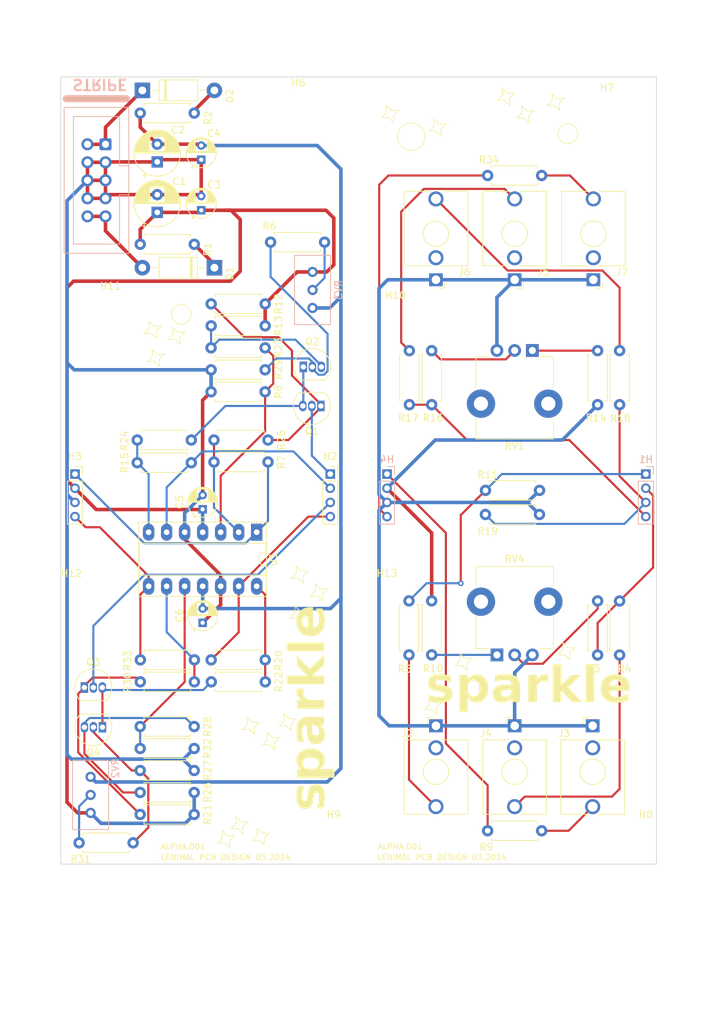
<source format=kicad_pcb>
(kicad_pcb (version 20221018) (generator pcbnew)
  (layers (0 "F.Cu" signal) (31 "B.Cu" signal) (34 "B.Paste" user) (35 "F.Paste" user) (36 "B.SilkS" user "B.Silkscreen") (37 "F.SilkS" user "F.Silkscreen") (38 "B.Mask" user) (39 "F.Mask" user) (44 "Edge.Cuts" user))
  (net 0 "")
  (net 1 "+12V")
  (net 2 "GNDREF")
  (net 3 "-12V")
  (net 4 "Net-(H1-Pad1)")
  (net 5 "Net-(H1-Pad2)")
  (net 6 "Net-(H1-Pad3)")
  (net 7 "Net-(H1-Pad4)")
  (net 8 "Net-(Q1-B)")
  (net 9 "Net-(U1D--)")
  (net 10 "Net-(Q3-B)")
  (net 11 "Net-(H3-Pad1)")
  (net 12 "Net-(H3-Pad4)")
  (net 13 "Net-(H4-Pad1)")
  (net 14 "Net-(H4-Pad4)")
  (net 15 "Net-(J2-PadT)")
  (net 16 "Net-(J3-PadT)")
  (net 17 "Net-(J4-PadT)")
  (net 19 "Net-(J5-PadT)")
  (net 21 "Net-(J6-PadT)")
  (net 23 "Net-(J7-PadT)")
  (net 25 "Net-(Q1-C)")
  (net 26 "Net-(Q1-E)")
  (net 27 "Net-(Q2-B)")
  (net 28 "Net-(Q2-E)")
  (net 29 "Net-(Q3-C)")
  (net 30 "Net-(Q3-E)")
  (net 31 "Net-(Q4-B)")
  (net 32 "Net-(Q4-E)")
  (net 33 "Net-(R3-Pad1)")
  (net 34 "Net-(R6-Pad2)")
  (net 35 "Net-(U1A--)")
  (net 36 "Net-(U1A-+)")
  (net 37 "Net-(R10-Pad1)")
  (net 38 "Net-(R14-Pad1)")
  (net 39 "Net-(R15-Pad2)")
  (net 40 "Net-(R16-Pad1)")
  (net 41 "Net-(R20-Pad2)")
  (net 43 "Net-(R31-Pad2)")
  (net 45 "Net-(U1C--)")
  (net 46 "Net-(U1B--)")
  (net 47 "Net-(D1-K)")
  (net 48 "Net-(D1-A)")
  (net 49 "Net-(D2-K)")
  (net 50 "Net-(D2-A)")
  (net 51 "Net-(U1C-+)")
  (footprint "Capacitor_THT:CP_Radial_D4.0mm_P2.00mm" (layer "F.Cu") (at 47.8 44.6726 90)
    (fp_text reference "C4")
    (fp_text value "0.1uF")
  )
  (footprint "synth-custom:Jack_3.5mm_QingPu_WQP-PJ398SM_Vertical_CircularHoles" (layer "F.Cu") (at 103.1 61.6 180)
    (fp_text reference "J7")
    (fp_text value "OUT_1")
  )
  (footprint "Diode_THT:D_DO-41_SOD81_P10.16mm_Horizontal" (layer "F.Cu") (at 49.66 59.9 180)
    (fp_text reference "D1")
    (fp_text value "1N5819")
  )
  (footprint "synth-custom:R_Axial_DIN0207_L6.3mm_D2.5mm_P7.62mm_Horizontal" (layer "F.Cu") (at 38.78 84.2)
    (fp_text reference "R24")
    (fp_text value "10K")
  )
  (footprint "synth-custom:Jack_3.5mm_QingPu_WQP-PJ398SM_Vertical_CircularHoles" (layer "F.Cu") (at 103 124.5)
    (fp_text reference "J3")
    (fp_text value "OUT_1")
  )
  (footprint "synth-custom:R_Axial_DIN0207_L6.3mm_D2.5mm_P7.62mm_Horizontal" (layer "F.Cu") (at 46.82 38.1 180)
    (fp_text reference "R2")
    (fp_text value "10")
  )
  (footprint "synth-custom:Jack_3.5mm_QingPu_WQP-PJ398SM_Vertical_CircularHoles" (layer "F.Cu") (at 92 61.6 180)
    (fp_text reference "J5")
    (fp_text value "CV_1")
  )
  (footprint "MountingHole:MountingHole_2.5mm" (layer "F.Cu") (at 32 99.5)
    (fp_text reference "H12")
    (fp_text value "MountingHole" hide)
  )
  (footprint "synth-custom:R_Axial_DIN0207_L6.3mm_D2.5mm_P7.62mm_Horizontal" (layer "F.Cu") (at 80.3 114.5 90)
    (fp_text reference "R10")
    (fp_text value "20K")
  )
  (footprint "synth-custom:R_Axial_DIN0207_L6.3mm_D2.5mm_P7.62mm_Horizontal" (layer "F.Cu") (at 39.19 133.9)
    (fp_text reference "R26")
    (fp_text value "20K")
  )
  (footprint "Package_TO_SOT_THT:TO-92_Inline" (layer "F.Cu") (at 64.67 79.4 180)
    (fp_text reference "Q1")
    (fp_text value "BC548")
  )
  (footprint "MountingHole:MountingHole_2.5mm" (layer "F.Cu") (at 108.5 36.5)
    (fp_text reference "H7")
    (fp_text value "MountingHole" hide)
  )
  (footprint "Package_DIP:DIP-14_W7.62mm_Socket_LongPads" (layer "F.Cu") (at 55.625 97.2 -90)
    (fp_text reference "U1")
    (fp_text value "TL074")
  )
  (footprint "Diode_THT:D_DO-41_SOD81_P10.16mm_Horizontal" (layer "F.Cu") (at 39.5 34.9)
    (fp_text reference "D2")
    (fp_text value "1N5819")
  )
  (footprint "synth-custom:Jack_3.5mm_QingPu_WQP-PJ398SM_Vertical_CircularHoles" (layer "F.Cu") (at 80.9 124.5)
    (fp_text reference "J2")
    (fp_text value "IN_1")
  )
  (footprint "synth-custom:R_Axial_DIN0207_L6.3mm_D2.5mm_P7.62mm_Horizontal" (layer "F.Cu") (at 57.22 87.3 180)
    (fp_text reference "R7")
    (fp_text value "100K")
  )
  (footprint "synth-custom:Jack_3.5mm_QingPu_WQP-PJ398SM_Vertical_CircularHoles" (layer "F.Cu") (at 80.9 61.6 180)
    (fp_text reference "J6")
    (fp_text value "IN_1")
  )
  (footprint "synth-custom:R_Axial_DIN0207_L6.3mm_D2.5mm_P7.62mm_Horizontal" (layer "F.Cu") (at 57.58 56.3)
    (fp_text reference "R6")
    (fp_text value "100K")
  )
  (footprint "synth-custom:R_Axial_DIN0207_L6.3mm_D2.5mm_P7.62mm_Horizontal" (layer "F.Cu") (at 39.22 115.2)
    (fp_text reference "R33")
    (fp_text value "100K")
  )
  (footprint "synth-custom:R_Axial_DIN0207_L6.3mm_D2.5mm_P7.62mm_Horizontal" (layer "F.Cu") (at 95.51 91.3 180)
    (fp_text reference "R11")
    (fp_text value "100")
  )
  (footprint "synth-custom:R_Axial_DIN0207_L6.3mm_D2.5mm_P7.62mm_Horizontal" (layer "F.Cu") (at 56.84 118.3 180)
    (fp_text reference "R22")
    (fp_text value "10K")
  )
  (footprint "synth-custom:R_Axial_DIN0207_L6.3mm_D2.5mm_P7.62mm_Horizontal" (layer "F.Cu") (at 88.19 139.3)
    (fp_text reference "R9")
    (fp_text value "1K")
  )
  (footprint "Capacitor_THT:CP_Radial_D6.3mm_P2.50mm" (layer "F.Cu") (at 41.6 52.1 90)
    (fp_text reference "C1")
    (fp_text value "47uF")
  )
  (footprint "synth-custom:R_Axial_DIN0207_L6.3mm_D2.5mm_P7.62mm_Horizontal" (layer "F.Cu") (at 95.5 94.7 180)
    (fp_text reference "R19")
    (fp_text value "100")
  )
  (footprint "Capacitor_THT:CP_Radial_D4.0mm_P2.00mm" (layer "F.Cu") (at 47.8 51.8 90)
    (fp_text reference "C3")
    (fp_text value "0.1uF")
  )
  (footprint "Capacitor_THT:CP_Radial_D4.0mm_P2.00mm" (layer "F.Cu") (at 48 93.9726 90)
    (fp_text reference "C5")
    (fp_text value "0.1uF")
  )
  (footprint "synth-custom:R_Axial_DIN0207_L6.3mm_D2.5mm_P7.62mm_Horizontal" (layer "F.Cu") (at 46.82 56.6 180)
    (fp_text reference "R1")
    (fp_text value "10")
  )
  (footprint "Package_TO_SOT_THT:TO-92_Inline" (layer "F.Cu") (at 33.87 124.7 180)
    (fp_text reference "Q4")
    (fp_text value "BC548")
  )
  (footprint "synth-custom:R_Axial_DIN0207_L6.3mm_D2.5mm_P7.62mm_Horizontal" (layer "F.Cu") (at 106.8 114.52 90)
    (fp_text reference "R4")
    (fp_text value "100K")
  )
  (footprint "MountingHole:MountingHole_2.5mm" (layer "F.Cu") (at 76 99.5)
    (fp_text reference "H13")
    (fp_text value "MountingHole" hide)
  )
  (footprint "MountingHole:MountingHole_2.5mm" (layer "F.Cu") (at 108.5 140.5)
    (fp_text reference "H8")
    (fp_text value "MountingHole" hide)
  )
  (footprint "synth-custom:R_Axial_DIN0207_L6.3mm_D2.5mm_P7.62mm_Horizontal" (layer "F.Cu") (at 106.8 71.6 -90)
    (fp_text reference "R18")
    (fp_text value "100K")
  )
  (footprint "synth-custom:R_Axial_DIN0207_L6.3mm_D2.5mm_P7.62mm_Horizontal" (layer "F.Cu") (at 38.2 141 180)
    (fp_text reference "R31")
    (fp_text value "100K")
  )
  (footprint "synth-custom:PinSocket_1x04_P2.00mm_Vertical" (layer "F.Cu") (at 66 89)
    (fp_text reference "H2")
    (fp_text value "BTM_4_SGL")
  )
  (footprint "synth-custom:R_Axial_DIN0207_L6.3mm_D2.5mm_P7.62mm_Horizontal" (layer "F.Cu") (at 57.22 84.2 180)
    (fp_text reference "R25")
    (fp_text value "10K")
  )
  (footprint "Potentiometer_THT:Potentiometer_TT_P0915N" (layer "F.Cu") (at 94.5 71.575 180)
    (fp_text reference "RV1")
    (fp_text value "100K")
  )
  (footprint "MountingHole:MountingHole_2.5mm" (layer "F.Cu") (at 64.5 140.5)
    (fp_text reference "H9")
    (fp_text value "MountingHole" hide)
  )
  (footprint "synth-custom:PinSocket_1x04_P2.00mm_Vertical" (layer "F.Cu") (at 30 89)
    (fp_text reference "H3")
    (fp_text value "BTM_4_SGL")
  )
  (footprint "synth-custom:R_Axial_DIN0207_L6.3mm_D2.5mm_P7.62mm_Horizontal" (layer "F.Cu") (at 49.2 65)
    (fp_text reference "R12")
    (fp_text value "20K")
  )
  (footprint "MountingHole:MountingHole_2.5mm" (layer "F.Cu") (at 35 66)
    (fp_text reference "H11")
    (fp_text value "MountingHole" hide)
  )
  (footprint "synth-custom:R_Axial_DIN0207_L6.3mm_D2.5mm_P7.62mm_Horizontal" (layer "F.Cu") (at 49.19 74.3)
    (fp_text reference "R29")
    (fp_text value "100")
  )
  (footprint "synth-custom:R_Axial_DIN0207_L6.3mm_D2.5mm_P7.62mm_Horizontal" (layer "F.Cu") (at 39.19 137)
    (fp_text reference "R21")
    (fp_text value "20K")
  )
  (footprint "synth-custom:R_Axial_DIN0207_L6.3mm_D2.5mm_P7.62mm_Horizontal" (layer "F.Cu") (at 46.4 87.4 180)
    (fp_text reference "R15")
    (fp_text value "82K")
  )
  (footprint "synth-custom:Jack_3.5mm_QingPu_WQP-PJ398SM_Vertical_CircularHoles" (layer "F.Cu") (at 92 124.5)
    (fp_text reference "J4")
    (fp_text value "CV_1")
  )
  (footprint "synth-custom:R_Axial_DIN0207_L6.3mm_D2.5mm_P7.62mm_Horizontal" (layer "F.Cu") (at 77.15 71.6 -90)
    (fp_text reference "R17")
    (fp_text value "100K")
  )
  (footprint "synth-custom:R_Axial_DIN0207_L6.3mm_D2.5mm_P7.62mm_Horizontal" (layer "F.Cu") (at 77.1 114.5 90)
    (fp_text reference "R5")
    (fp_text value "100K")
  )
  (footprint "MountingHole:MountingHole_2.5mm" (layer "F.Cu") (at 64.5 36.5)
    (fp_text reference "H6")
    (fp_text value "MountingHole" hide)
  )
  (footprint "synth-custom:R_Axial_DIN0207_L6.3mm_D2.5mm_P7.62mm_Horizontal" (layer "F.Cu") (at 103.7 71.6 -90)
    (fp_text reference "R14")
    (fp_text value "20K")
  )
  (footprint "synth-custom:R_Axial_DIN0207_L6.3mm_D2.5mm_P7.62mm_Horizontal" (layer "F.Cu") (at 88.19 46.9)
    (fp_text reference "R34")
    (fp_text value "1K")
  )
  (footprint "MountingHole:MountingHole_2.5mm" (layer "F.Cu") (at 79 66)
    (fp_text reference "H10")
    (fp_text value "MountingHole")
  )
  (footprint "synth-custom:R_Axial_DIN0207_L6.3mm_D2.5mm_P7.62mm_Horizontal" (layer "F.Cu") (at 49.2 115.2)
    (fp_text reference "R20")
    (fp_text value "82K")
  )
  (footprint "synth-custom:R_Axial_DIN0207_L6.3mm_D2.5mm_P7.62mm_Horizontal" (layer "F.Cu") (at 49.2 68.1)
    (fp_text reference "R13")
    (fp_text value "20K")
  )
  (footprint "synth-custom:R_Axial_DIN0207_L6.3mm_D2.5mm_P7.62mm_Horizontal" (layer "F.Cu") (at 46.81 124.6 180)
    (fp_text reference "R28")
    (fp_text value "10K")
  )
  (footprint "synth-custom:R_Axial_DIN0207_L6.3mm_D2.5mm_P7.62mm_Horizontal" (layer "F.Cu") (at 80.3 71.6 -90)
    (fp_text reference "R16")
    (fp_text value "100K")
  )
  (footprint "synth-custom:R_Axial_DIN0207_L6.3mm_D2.5mm_P7.62mm_Horizontal" (layer "F.Cu") (at 46.81 130.8 180)
    (fp_text reference "R27")
    (fp_text value "100")
  )
  (footprint "Package_TO_SOT_THT:TO-92_Inline" (layer "F.Cu") (at 31.32 119.1)
    (fp_text reference "Q3")
    (fp_text value "BC548")
  )
  (footprint "Capacitor_THT:CP_Radial_D6.3mm_P2.50mm" (layer "F.Cu") (at 41.6 44.98238 90)
    (fp_text reference "C2")
    (fp_text value "47uF")
  )
  (footprint "synth-custom:R_Axial_DIN0207_L6.3mm_D2.5mm_P7.62mm_Horizontal" (layer "F.Cu") (at 39.21 118.3)
    (fp_text reference "R30")
    (fp_text value "10K")
  )
  (footprint "Package_TO_SOT_THT:TO-92_Inline" (layer "F.Cu") (at 62.2 73.89)
    (fp_text reference "Q2")
    (fp_text value "BC548")
  )
  (footprint "Capacitor_THT:CP_Radial_D4.0mm_P2.00mm" (layer "F.Cu") (at 48 109.9726 90)
    (fp_text reference "C6")
    (fp_text value "0.1uF")
  )
  (footprint "synth-custom:R_Axial_DIN0207_L6.3mm_D2.5mm_P7.62mm_Horizontal" (layer "F.Cu") (at 49.19 77.4)
    (fp_text reference "R8")
    (fp_text value "100K")
  )
  (footprint "synth-custom:R_Axial_DIN0207_L6.3mm_D2.5mm_P7.62mm_Horizontal" (layer "F.Cu") (at 49.19 71.2)
    (fp_text reference "R23")
    (fp_text value "10K")
  )
  (footprint "Potentiometer_THT:Potentiometer_TT_P0915N" (layer "F.Cu") (at 89.5 114.5)
    (fp_text reference "RV4")
    (fp_text value "100K")
  )
  (footprint "synth-custom:R_Axial_DIN0207_L6.3mm_D2.5mm_P7.62mm_Horizontal" (layer "F.Cu") (at 46.81 127.7 180)
    (fp_text reference "R32")
    (fp_text value "100K")
  )
  (footprint "synth-custom:R_Axial_DIN0207_L6.3mm_D2.5mm_P7.62mm_Horizontal" (layer "F.Cu") (at 103.7 106.89 -90)
    (fp_text reference "R3")
    (fp_text value "100K")
  )
  (footprint "synth-custom:PinHeader_1x04_P2.00mm_Vertical" (layer "B.Cu") (at 110.5 89 180)
    (fp_text reference "H1")
    (fp_text value "TOP_4_SGL")
  )
  (footprint "Potentiometer_THT:Potentiometer_Bourns_3296W_Vertical" (layer "B.Cu") (at 32.2 136.78 -90)
    (fp_text reference "RV2")
    (fp_text value "100K")
  )
  (footprint "synth-custom:CONN_02x05_PWR" (layer "B.Cu") (at 32.26 47.58)
    (fp_text reference "H5" hide)
    (fp_text value "Conn_02x05_PWR_Eurorack" hide)
  )
  (footprint "synth-custom:PinHeader_1x04_P2.00mm_Vertical" (layer "B.Cu") (at 74 89 180)
    (fp_text reference "H4")
    (fp_text value "TOP_4_SGL")
  )
  (footprint "Potentiometer_THT:Potentiometer_Bourns_3296W_Vertical" (layer "B.Cu") (at 63.5 60.5 90)
    (fp_text reference "RV3")
    (fp_text value "100K")
  )
  (gr_line (start 90.3 35.6) (end 90.3 34.6) (stroke (width 0.1)) (layer "F.SilkS"))
  (gr_line (start 60.5 124.2) (end 60.5 125.2) (stroke (width 0.1)) (layer "F.SilkS"))
  (gr_line (start 54.4 138) (end 53.7 138.7) (stroke (width 0.1)) (layer "F.SilkS"))
  (gr_line (start 61.5 103.7) (end 60.5 103.7) (stroke (width 0.1)) (layer "F.SilkS"))
  (gr_line (start 55.3 125.7) (end 54.6 125) (stroke (width 0.1)) (layer "F.SilkS"))
  (gr_line (start 62.2 103.4) (end 62.2 104.4) (stroke (width 0.1)) (layer "F.SilkS"))
  (gr_line (start 86 115) (end 85.3 115.7) (stroke (width 0.1)) (layer "F.SilkS"))
  (gr_line (start 53.7 139.7) (end 53 139) (stroke (width 0.1)) (layer "F.SilkS"))
  (gr_line (start 98.8 112.8) (end 99.5 113.5) (stroke (width 0.1)) (layer "F.SilkS"))
  (gr_line (start 93 38.1) (end 93 37.1) (stroke (width 0.1)) (layer "F.SilkS"))
  (gr_line (start 81 121.9) (end 81 122.9) (stroke (width 0.1)) (layer "F.SilkS"))
  (gr_line (start 80.3 122.2) (end 79.3 122.2) (stroke (width 0.1)) (layer "F.SilkS"))
  (gr_line (start 94 39.5) (end 93.3 38.8) (stroke (width 0.1)) (layer "F.SilkS"))
  (gr_line (start 51.8 140.7) (end 51.8 141.7) (stroke (width 0.1)) (layer "F.SilkS"))
  (gr_line (start 81.627957 41.327957) (end 80.927957 40.627957) (stroke (width 0.1)) (layer "F.SilkS"))
  (gr_line (start 80.627957 39.927957) (end 80.627957 38.927957) (stroke (width 0.1)) (layer "F.SilkS"))
  (gr_line (start 43.8 69.3) (end 43.8 68.3) (stroke (width 0.1)) (layer "F.SilkS"))
  (gr_line (start 53.7 138.7) (end 53.7 139.7) (stroke (width 0.1)) (layer "F.SilkS"))
  (gr_line (start 82.327957 39.627957) (end 81.627957 40.327957) (stroke (width 0.1)) (layer "F.SilkS"))
  (gr_line (start 55.7 138.95) (end 56.4 139.65) (stroke (width 0.1)) (layer "F.SilkS"))
  (gr_line (start 99.5 113.5) (end 100.5 113.5) (stroke (width 0.1)) (layer "F.SilkS"))
  (gr_line (start 43.1 70) (end 43.8 69.3) (stroke (width 0.1)) (layer "F.SilkS"))
  (gr_line (start 45.5 69) (end 44.8 69.7) (stroke (width 0.1)) (layer "F.SilkS"))
  (gr_line (start 57.15 126.45) (end 57.15 125.45) (stroke (width 0.1)) (layer "F.SilkS"))
  (gr_line (start 97.6 37) (end 96.6 37) (stroke (width 0.1)) (layer "F.SilkS"))
  (gr_line (start 55.7 139.95) (end 55.7 138.95) (stroke (width 0.1)) (layer "F.SilkS"))
  (gr_line (start 61.7 108.3) (end 62.7 108.3) (stroke (width 0.1)) (layer "F.SilkS"))
  (gr_line (start 98.8 113.8) (end 98.8 112.8) (stroke (width 0.1)) (layer "F.SilkS"))
  (gr_line (start 63.2 106.2) (end 63.9 105.5) (stroke (width 0.1)) (layer "F.SilkS"))
  (gr_line (start 92.3 38.8) (end 93 38.1) (stroke (width 0.1)) (layer "F.SilkS"))
  (gr_line (start 63.9 105.5) (end 63.9 104.5) (stroke (width 0.1)) (layer "F.SilkS"))
  (gr_line (start 53 139) (end 52 139) (stroke (width 0.1)) (layer "F.SilkS"))
  (gr_line (start 94.7 37.8) (end 94 38.5) (stroke (width 0.1)) (layer "F.SilkS"))
  (gr_line (start 100.5 113.5) (end 99.8 114.2) (stroke (width 0.1)) (layer "F.SilkS"))
  (gr_line (start 64.9 105.9) (end 64.9 106.9) (stroke (width 0.1)) (layer "F.SilkS"))
  (gr_line (start 97.3 36.3) (end 97.3 35.3) (stroke (width 0.1)) (layer "F.SilkS"))
  (gr_line (start 63.9 104.5) (end 64.6 105.2) (stroke (width 0.1)) (layer "F.SilkS"))
  (gr_line (start 44.5 69) (end 45.5 69) (stroke (width 0.1)) (layer "F.SilkS"))
  (gr_line (start 84.3 114.3) (end 85 115) (stroke (width 0.1)) (layer "F.SilkS"))
  (gr_line (start 80 121.5) (end 80 120.5) (stroke (width 0.1)) (layer "F.SilkS"))
  (gr_line (start 61 107.6) (end 61.7 108.3) (stroke (width 0.1)) (layer "F.SilkS"))
  (gr_line (start 75.627957 37.727957) (end 74.927957 38.427957) (stroke (width 0.1)) (layer "F.SilkS"))
  (gr_line (start 80.627957 38.927957) (end 81.327957 39.627957) (stroke (width 0.1)) (layer "F.SilkS"))
  (gr_line (start 62.7 108.3) (end 62 109) (stroke (width 0.1)) (layer "F.SilkS"))
  (gr_line (start 56 124) (end 55.3 124.7) (stroke (width 0.1)) (layer "F.SilkS"))
  (gr_line (start 43.8 68.3) (end 44.5 69) (stroke (width 0.1)) (layer "F.SilkS"))
  (gr_line (start 74.227957 38.727957) (end 73.227957 38.727957) (stroke (width 0.1)) (layer "F.SilkS"))
  (gr_line (start 62.9 102.7) (end 62.2 103.4) (stroke (width 0.1)) (layer "F.SilkS"))
  (gr_line (start 51.5 140) (end 52.5 140) (stroke (width 0.1)) (layer "F.SilkS"))
  (gr_line (start 60.5 103.7) (end 61.2 103) (stroke (width 0.1)) (layer "F.SilkS"))
  (gr_line (start 64.2 106.2) (end 63.2 106.2) (stroke (width 0.1)) (layer "F.SilkS"))
  (gr_line (start 65.6 105.2) (end 64.9 105.9) (stroke (width 0.1)) (layer "F.SilkS"))
  (gr_line (start 58.8 124.5) (end 59.5 123.8) (stroke (width 0.1)) (layer "F.SilkS"))
  (gr_line (start 81.7 121.2) (end 81 121.9) (stroke (width 0.1)) (layer "F.SilkS"))
  (gr_line (start 52 139) (end 52.7 138.3) (stroke (width 0.1)) (layer "F.SilkS"))
  (gr_line (start 56.7 141.35) (end 56 140.65) (stroke (width 0.1)) (layer "F.SilkS"))
  (gr_line (start 73.927957 38.027957) (end 73.927957 37.027957) (stroke (width 0.1)) (layer "F.SilkS"))
  (gr_line (start 81.627957 40.327957) (end 81.627957 41.327957) (stroke (width 0.1)) (layer "F.SilkS"))
  (gr_line (start 93.3 38.8) (end 92.3 38.8) (stroke (width 0.1)) (layer "F.SilkS"))
  (gr_circle (center 99.5 41) (end 100.7 41.7) (stroke (width 0.1)) (fill none) (layer "F.SilkS"))
  (gr_line (start 39.75 69.15) (end 40.45 68.45) (stroke (width 0.1)) (layer "F.SilkS"))
  (gr_line (start 41.2 73.1) (end 40.2 73.1) (stroke (width 0.1)) (layer "F.SilkS"))
  (gr_line (start 56 140.65) (end 55 140.65) (stroke (width 0.1)) (layer "F.SilkS"))
  (gr_line (start 57.45 127.15) (end 56.45 127.15) (stroke (width 0.1)) (layer "F.SilkS"))
  (gr_line (start 56.4 139.65) (end 57.4 139.65) (stroke (width 0.1)) (layer "F.SilkS"))
  (gr_line (start 57.85 126.15) (end 58.85 126.15) (stroke (width 0.1)) (layer "F.SilkS"))
  (gr_line (start 98.3 37.7) (end 97.6 37) (stroke (width 0.1)) (layer "F.SilkS"))
  (gr_line (start 40.2 73.1) (end 40.9 72.4) (stroke (width 0.1)) (layer "F.SilkS"))
  (gr_line (start 61.3 109.3) (end 60.3 109.3) (stroke (width 0.1)) (layer "F.SilkS"))
  (gr_line (start 50.8 139.3) (end 51.5 140) (stroke (width 0.1)) (layer "F.SilkS"))
  (gr_line (start 99.8 114.2) (end 99.8 115.2) (stroke (width 0.1)) (layer "F.SilkS"))
  (gr_line (start 51.1 141) (end 50.1 141) (stroke (width 0.1)) (layer "F.SilkS"))
  (gr_line (start 55 140.65) (end 55.7 139.95) (stroke (width 0.1)) (layer "F.SilkS"))
  (gr_line (start 90.6 36.3) (end 89.6 36.3) (stroke (width 0.1)) (layer "F.SilkS"))
  (gr_line (start 85 115) (end 86 115) (stroke (width 0.1)) (layer "F.SilkS"))
  (gr_line (start 53.4 138) (end 54.4 138) (stroke (width 0.1)) (layer "F.SilkS"))
  (gr_line (start 56.45 127.15) (end 57.15 126.45) (stroke (width 0.1)) (layer "F.SilkS"))
  (gr_line (start 98 36) (end 99 36) (stroke (width 0.1)) (layer "F.SilkS"))
  (gr_line (start 59.5 123.8) (end 59.5 122.8) (stroke (width 0.1)) (layer "F.SilkS"))
  (gr_line (start 81 122.9) (end 80.3 122.2) (stroke (width 0.1)) (layer "F.SilkS"))
  (gr_line (start 99.1 114.5) (end 98.1 114.5) (stroke (width 0.1)) (layer "F.SilkS"))
  (gr_line (start 61.2 102) (end 61.9 102.7) (stroke (width 0.1)) (layer "F.SilkS"))
  (gr_line (start 74.927957 38.427957) (end 74.927957 39.427957) (stroke (width 0.1)) (layer "F.SilkS"))
  (gr_line (start 57.4 139.65) (end 56.7 140.35) (stroke (width 0.1)) (layer "F.SilkS"))
  (gr_line (start 41.9 73.8) (end 41.2 73.1) (stroke (width 0.1)) (layer "F.SilkS"))
  (gr_line (start 54.6 125) (end 53.6 125) (stroke (width 0.1)) (layer "F.SilkS"))
  (gr_line (start 41.6 72.1) (end 42.6 72.1) (stroke (width 0.1)) (layer "F.SilkS"))
  (gr_line (start 40.45 68.45) (end 40.45 67.45) (stroke (width 0.1)) (layer "F.SilkS"))
  (gr_line (start 58.15 127.85) (end 57.45 127.15) (stroke (width 0.1)) (layer "F.SilkS"))
  (gr_line (start 52.7 138.3) (end 52.7 137.3) (stroke (width 0.1)) (layer "F.SilkS"))
  (gr_line (start 61 108.6) (end 61 107.6) (stroke (width 0.1)) (layer "F.SilkS"))
  (gr_line (start 52.7 137.3) (end 53.4 138) (stroke (width 0.1)) (layer "F.SilkS"))
  (gr_line (start 58.15 126.85) (end 58.15 127.85) (stroke (width 0.1)) (layer "F.SilkS"))
  (gr_line (start 41.45 68.85) (end 41.45 69.85) (stroke (width 0.1)) (layer "F.SilkS"))
  (gr_line (start 56.7 140.35) (end 56.7 141.35) (stroke (width 0.1)) (layer "F.SilkS"))
  (gr_line (start 98.3 36.7) (end 98.3 37.7) (stroke (width 0.1)) (layer "F.SilkS"))
  (gr_line (start 40.9 72.4) (end 40.9 71.4) (stroke (width 0.1)) (layer "F.SilkS"))
  (gr_line (start 73.927957 37.027957) (end 74.627957 37.727957) (stroke (width 0.1)) (layer "F.SilkS"))
  (gr_line (start 90.3 34.6) (end 91 35.3) (stroke (width 0.1)) (layer "F.SilkS"))
  (gr_line (start 62.2 104.4) (end 61.5 103.7) (stroke (width 0.1)) (layer "F.SilkS"))
  (gr_line (start 61.2 123.5) (end 60.5 124.2) (stroke (width 0.1)) (layer "F.SilkS"))
  (gr_line (start 60.2 123.5) (end 61.2 123.5) (stroke (width 0.1)) (layer "F.SilkS"))
  (gr_line (start 85.3 115.7) (end 85.3 116.7) (stroke (width 0.1)) (layer "F.SilkS"))
  (gr_line (start 44.8 70.7) (end 44.1 70) (stroke (width 0.1)) (layer "F.SilkS"))
  (gr_line (start 64.6 105.2) (end 65.6 105.2) (stroke (width 0.1)) (layer "F.SilkS"))
  (gr_line (start 91.3 36) (end 91.3 37) (stroke (width 0.1)) (layer "F.SilkS"))
  (gr_line (start 93.7 37.8) (end 94.7 37.8) (stroke (width 0.1)) (layer "F.SilkS"))
  (gr_line (start 62 109) (end 62 110) (stroke (width 0.1)) (layer "F.SilkS"))
  (gr_line (start 44.8 69.7) (end 44.8 70.7) (stroke (width 0.1)) (layer "F.SilkS"))
  (gr_line (start 61.2 103) (end 61.2 102) (stroke (width 0.1)) (layer "F.SilkS"))
  (gr_line (start 62 110) (end 61.3 109.3) (stroke (width 0.1)) (layer "F.SilkS"))
  (gr_line (start 53.6 125) (end 54.3 124.3) (stroke (width 0.1)) (layer "F.SilkS"))
  (gr_line (start 92 35.3) (end 91.3 36) (stroke (width 0.1)) (layer "F.SilkS"))
  (gr_line (start 55 124) (end 56 124) (stroke (width 0.1)) (layer "F.SilkS"))
  (gr_line (start 73.227957 38.727957) (end 73.927957 38.027957) (stroke (width 0.1)) (layer "F.SilkS"))
  (gr_line (start 40.75 69.15) (end 39.75 69.15) (stroke (width 0.1)) (layer "F.SilkS"))
  (gr_line (start 80.7 121.2) (end 81.7 121.2) (stroke (width 0.1)) (layer "F.SilkS"))
  (gr_line (start 97.3 35.3) (end 98 36) (stroke (width 0.1)) (layer "F.SilkS"))
  (gr_line (start 91.3 37) (end 90.6 36.3) (stroke (width 0.1)) (layer "F.SilkS"))
  (gr_line (start 55.3 124.7) (end 55.3 125.7) (stroke (width 0.1)) (layer "F.SilkS"))
  (gr_line (start 84.6 116) (end 83.6 116) (stroke (width 0.1)) (layer "F.SilkS"))
  (gr_line (start 79.3 122.2) (end 80 121.5) (stroke (width 0.1)) (layer "F.SilkS"))
  (gr_line (start 79.927957 40.627957) (end 80.627957 39.927957) (stroke (width 0.1)) (layer "F.SilkS"))
  (gr_line (start 54.3 124.3) (end 54.3 123.3) (stroke (width 0.1)) (layer "F.SilkS"))
  (gr_line (start 85.3 116.7) (end 84.6 116) (stroke (width 0.1)) (layer "F.SilkS"))
  (gr_line (start 96.6 37) (end 97.3 36.3) (stroke (width 0.1)) (layer "F.SilkS"))
  (gr_line (start 59.8 124.5) (end 58.8 124.5) (stroke (width 0.1)) (layer "F.SilkS"))
  (gr_line (start 59.5 122.8) (end 60.2 123.5) (stroke (width 0.1)) (layer "F.SilkS"))
  (gr_line (start 60.5 125.2) (end 59.8 124.5) (stroke (width 0.1)) (layer "F.SilkS"))
  (gr_line (start 50.8 140.3) (end 50.8 139.3) (stroke (width 0.1)) (layer "F.SilkS"))
  (gr_line (start 41.45 69.85) (end 40.75 69.15) (stroke (width 0.1)) (layer "F.SilkS"))
  (gr_line (start 44.1 70) (end 43.1 70) (stroke (width 0.1)) (layer "F.SilkS"))
  (gr_line (start 50.1 141) (end 50.8 140.3) (stroke (width 0.1)) (layer "F.SilkS"))
  (gr_line (start 40.45 67.45) (end 41.15 68.15) (stroke (width 0.1)) (layer "F.SilkS"))
  (gr_line (start 99 36) (end 98.3 36.7) (stroke (width 0.1)) (layer "F.SilkS"))
  (gr_line (start 83.6 116) (end 84.3 115.3) (stroke (width 0.1)) (layer "F.SilkS"))
  (gr_line (start 40.9 71.4) (end 41.6 72.1) (stroke (width 0.1)) (layer "F.SilkS"))
  (gr_line (start 61.9 102.7) (end 62.9 102.7) (stroke (width 0.1)) (layer "F.SilkS"))
  (gr_line (start 52.5 140) (end 51.8 140.7) (stroke (width 0.1)) (layer "F.SilkS"))
  (gr_line (start 58.85 126.15) (end 58.15 126.85) (stroke (width 0.1)) (layer "F.SilkS"))
  (gr_line (start 89.6 36.3) (end 90.3 35.6) (stroke (width 0.1)) (layer "F.SilkS"))
  (gr_line (start 41.15 68.15) (end 42.15 68.15) (stroke (width 0.1)) (layer "F.SilkS"))
  (gr_line (start 99.8 115.2) (end 99.1 114.5) (stroke (width 0.1)) (layer "F.SilkS"))
  (gr_line (start 42.6 72.1) (end 41.9 72.8) (stroke (width 0.1)) (layer "F.SilkS"))
  (gr_line (start 98.1 114.5) (end 98.8 113.8) (stroke (width 0.1)) (layer "F.SilkS"))
  (gr_line (start 42.15 68.15) (end 41.45 68.85) (stroke (width 0.1)) (layer "F.SilkS"))
  (gr_line (start 64.9 106.9) (end 64.2 106.2) (stroke (width 0.1)) (layer "F.SilkS"))
  (gr_line (start 91 35.3) (end 92 35.3) (stroke (width 0.1)) (layer "F.SilkS"))
  (gr_line (start 54.3 123.3) (end 55 124) (stroke (width 0.1)) (layer "F.SilkS"))
  (gr_line (start 51.8 141.7) (end 51.1 141) (stroke (width 0.1)) (layer "F.SilkS"))
  (gr_line (start 74.927957 39.427957) (end 74.227957 38.727957) (stroke (width 0.1)) (layer "F.SilkS"))
  (gr_line (start 84.3 115.3) (end 84.3 114.3) (stroke (width 0.1)) (layer "F.SilkS"))
  (gr_line (start 80.927957 40.627957) (end 79.927957 40.627957) (stroke (width 0.1)) (layer "F.SilkS"))
  (gr_line (start 74.627957 37.727957) (end 75.627957 37.727957) (stroke (width 0.1)) (layer "F.SilkS"))
  (gr_line (start 57.15 125.45) (end 57.85 126.15) (stroke (width 0.1)) (layer "F.SilkS"))
  (gr_line (start 94 38.5) (end 94 39.5) (stroke (width 0.1)) (layer "F.SilkS"))
  (gr_line (start 80 120.5) (end 80.7 121.2) (stroke (width 0.1)) (layer "F.SilkS"))
  (gr_circle (center 45 66.5) (end 46.2 67.2) (stroke (width 0.1)) (fill none) (layer "F.SilkS"))
  (gr_line (start 60.3 109.3) (end 61 108.6) (stroke (width 0.1)) (layer "F.SilkS"))
  (gr_line (start 41.9 72.8) (end 41.9 73.8) (stroke (width 0.1)) (layer "F.SilkS"))
  (gr_circle (center 77.427957 41.427957) (end 76.064685 40.064685) (stroke (width 0.1)) (fill none) (layer "F.SilkS"))
  (gr_line (start 93 37.1) (end 93.7 37.8) (stroke (width 0.1)) (layer "F.SilkS"))
  (gr_line (start 81.327957 39.627957) (end 82.327957 39.627957) (stroke (width 0.1)) (layer "F.SilkS"))
  (gr_rect (start 28 33) (end 112 144) (stroke (width 0.1)) (fill none) (layer "Edge.Cuts"))
  (gr_text "LENIMAL PCB DESIGN 03.2024" (at 72.5 143.5) (layer "F.SilkS") (effects (font (size 0.8 0.8) (thickness 0.125)) (justify left bottom)))
  (gr_text "ALPHA.001" (at 72.6 142) (layer "F.SilkS") (effects (font (size 0.8 0.8) (thickness 0.125)) (justify left bottom)))
  (gr_text "sparkle" (at 66 122 90) (layer "F.SilkS") (effects (font (size 5 5)) (justify bottom)))
  (gr_text "sparkle" (at 94 122) (layer "F.SilkS") (effects (font (size 5 5)) (justify bottom)))
  (gr_text "ALPHA.001" (at 42 142) (layer "F.SilkS") (effects (font (size 0.8 0.8) (thickness 0.125)) (justify left bottom)))
  (gr_text "LENIMAL PCB DESIGN 03.2024" (at 42 143.5) (layer "F.SilkS") (effects (font (size 0.8 0.8) (thickness 0.125)) (justify left bottom)))
  (segment (start 74 91) (end 80.3 97.3) (width 0.5) (layer "F.Cu") (net 1))
  (segment (start 47.5 52.1) (end 47.8 51.8) (width 0.5) (layer "F.Cu") (net 1))
  (segment (start 53.3 53.1) (end 52 51.8) (width 0.5) (layer "F.Cu") (net 1))
  (segment (start 39.2 56.6) (end 39.2 54.5) (width 0.5) (layer "F.Cu") (net 1))
  (segment (start 61.32 60.5) (end 56.82 65) (width 0.5) (layer "F.Cu") (net 1))
  (segment (start 51.9 61.8) (end 53.3 60.4) (width 0.5) (layer "F.Cu") (net 1))
  (segment (start 51.1 51.8) (end 65.4 51.8) (width 0.5) (layer "F.Cu") (net 1))
  (segment (start 65.5 60.5) (end 63.5 60.5) (width 0.5) (layer "F.Cu") (net 1))
  (segment (start 29.8 61.8) (end 51.9 61.8) (width 0.5) (layer "F.Cu") (net 1))
  (segment (start 56.82 65) (end 56.82 68.1) (width 0.5) (layer "F.Cu") (net 1))
  (segment (start 52 51.8) (end 51.1 51.8) (width 0.5) (layer "F.Cu") (net 1))
  (segment (start 30 91) (end 28.875 89.875) (width 0.5) (layer "F.Cu") (net 1))
  (segment (start 28.875 135.275) (end 30.38 136.78) (width 0.5) (layer "F.Cu") (net 1))
  (segment (start 66.5 52.9) (end 66.5 59.5) (width 0.5) (layer "F.Cu") (net 1))
  (segment (start 28.875 62.725) (end 29.8 61.8) (width 0.5) (layer "F.Cu") (net 1))
  (segment (start 33 94) (end 47.9726 94) (width 0.5) (layer "F.Cu") (net 1))
  (segment (start 66.5 59.5) (end 65.5 60.5) (width 0.5) (layer "F.Cu") (net 1))
  (segment (start 28.875 89.875) (end 28.875 135.275) (width 0.5) (layer "F.Cu") (net 1))
  (segment (start 39.2 54.5) (end 41.6 52.1) (width 0.5) (layer "F.Cu") (net 1))
  (segment (start 63.5 60.5) (end 61.32 60.5) (width 0.5) (layer "F.Cu") (net 1))
  (segment (start 28.875 89.875) (end 28.875 62.725) (width 0.5) (layer "F.Cu") (net 1))
  (segment (start 41.6 52.1) (end 47.5 52.1) (width 0.5) (layer "F.Cu") (net 1))
  (segment (start 30 91) (end 33 94) (width 0.5) (layer "F.Cu") (net 1))
  (segment (start 47.9726 94) (end 48 93.9726) (width 0.5) (layer "F.Cu") (net 1))
  (segment (start 30.38 136.78) (end 32.2 136.78) (width 0.5) (layer "F.Cu") (net 1))
  (segment (start 53.3 60.4) (end 53.3 53.1) (width 0.5) (layer "F.Cu") (net 1))
  (segment (start 47.8 51.8) (end 51.1 51.8) (width 0.5) (layer "F.Cu") (net 1))
  (segment (start 65.4 51.8) (end 66.5 52.9) (width 0.5) (layer "F.Cu") (net 1))
  (segment (start 80.3 97.3) (end 80.3 106.88) (width 0.5) (layer "F.Cu") (net 1))
  (segment (start 32.2 136.78) (end 33.67 138.25) (width 0.5) (layer "B.Cu") (net 1))
  (segment (start 46.81 137) (end 46.81 133.9) (width 0.5) (layer "B.Cu") (net 1))
  (segment (start 33.67 138.25) (end 45.56 138.25) (width 0.5) (layer "B.Cu") (net 1))
  (segment (start 48.005 93.9776) (end 48 93.9726) (width 0.5) (layer "B.Cu") (net 1))
  (segment (start 48.005 97.2) (end 48.005 93.9776) (width 0.5) (layer "B.Cu") (net 1))
  (segment (start 98.72 84.2) (end 103.7 79.22) (width 0.5) (layer "B.Cu") (net 1))
  (segment (start 74 91) (end 80.8 84.2) (width 0.5) (layer "B.Cu") (net 1))
  (segment (start 80.8 84.2) (end 98.72 84.2) (width 0.5) (layer "B.Cu") (net 1))
  (segment (start 45.56 138.25) (end 46.81 137) (width 0.5) (layer "B.Cu") (net 1))
  (segment (start 47.8 49.8) (end 47.8 44.6726) (width 0.5) (layer "F.Cu") (net 2))
  (segment (start 50.545 104.82) (end 50.545 107.4276) (width 0.5) (layer "F.Cu") (net 2))
  (segment (start 48 78.59) (end 48 91.9726) (width 0.5) (layer "F.Cu") (net 2))
  (segment (start 41.6 49.6) (end 34.82 49.6) (width 0.5) (layer "F.Cu") (net 2))
  (segment (start 49.19 77.4) (end 48 78.59) (width 0.5) (layer "F.Cu") (net 2))
  (segment (start 47.6 49.6) (end 47.8 49.8) (width 0.5) (layer "F.Cu") (net 2))
  (segment (start 50.545 103.245) (end 50.545 104.82) (width 0.5) (layer "F.Cu") (net 2))
  (segment (start 31.76 50.12) (end 31.76 47.58) (width 0.5) (layer "F.Cu") (net 2))
  (segment (start 47.8 44.6726) (end 41.90978 44.6726) (width 0.5) (layer "F.Cu") (net 2))
  (segment (start 41.6 49.6) (end 47.6 49.6) (width 0.5) (layer "F.Cu") (net 2))
  (segment (start 41.90978 44.6726) (end 41.6 44.98238) (width 0.5) (layer "F.Cu") (net 2))
  (segment (start 31.76 45.04) (end 31.76 47.58) (width 0.5) (layer "F.Cu") (net 2))
  (segment (start 34.82 49.6) (end 34.3 50.12) (width 0.5) (layer "F.Cu") (net 2))
  (segment (start 34.35762 44.98238) (end 34.3 45.04) (width 0.5) (layer "F.Cu") (net 2))
  (segment (start 41.6 44.98238) (end 34.35762 44.98238) (width 0.5) (layer "F.Cu") (net 2))
  (segment (start 34.3 47.58) (end 34.3 50.12) (width 0.5) (layer "F.Cu") (net 2))
  (segment (start 34.3 47.58) (end 34.3 45.04) (width 0.5) (layer "F.Cu") (net 2))
  (segment (start 34.3 50.12) (end 31.76 50.12) (width 0.5) (layer "F.Cu") (net 2))
  (segment (start 45.465 97.2) (end 45.465 98.165) (width 0.5) (layer "F.Cu") (net 2))
  (segment (start 31.76 47.58) (end 34.3 47.58) (width 0.5) (layer "F.Cu") (net 2))
  (segment (start 34.3 45.04) (end 31.76 45.04) (width 0.5) (layer "F.Cu") (net 2))
  (segment (start 45.465 98.165) (end 50.545 103.245) (width 0.5) (layer "F.Cu") (net 2))
  (segment (start 50.545 107.4276) (end 48 109.9726) (width 0.5) (layer "F.Cu") (net 2))
  (segment (start 49.19 74.3) (end 49.19 77.4) (width 0.5) (layer "B.Cu") (net 2))
  (segment (start 72.875 91.875) (end 72.875 62.825) (width 0.5) (layer "B.Cu") (net 2))
  (segment (start 28.875 91.875) (end 28.875 128.575) (width 0.5) (layer "B.Cu") (net 2))
  (segment (start 31.76 47.58) (end 28.875 50.465) (width 0.5) (layer "B.Cu") (net 2))
  (segment (start 74.1 61.6) (end 80.8 61.6) (width 0.5) (layer "B.Cu") (net 2))
  (segment (start 72.875 123.075) (end 74.3 124.5) (width 0.5) (layer "B.Cu") (net 2))
  (segment (start 89.5 71.575) (end 89.5 64.1) (width 0.5) (layer "B.Cu") (net 2))
  (segment (start 72.875 62.825) (end 74.1 61.6) (width 0.5) (layer "B.Cu") (net 2))
  (segment (start 92 117) (end 94.5 114.5) (width 0.5) (layer "B.Cu") (net 2))
  (segment (start 45.31 129.2) (end 46.81 127.7) (width 0.5) (layer "B.Cu") (net 2))
  (segment (start 49.19 74.3) (end 29.875 74.3) (width 0.5) (layer "B.Cu") (net 2))
  (segment (start 72.875 94.125) (end 72.875 123.075) (width 0.5) (layer "B.Cu") (net 2))
  (segment (start 74 93) (end 72.875 91.875) (width 0.5) (layer "B.Cu") (net 2))
  (segment (start 93.81 93) (end 93.81 93.01) (width 0.5) (layer "B.Cu") (net 2))
  (segment (start 74 93) (end 72.875 94.125) (width 0.5) (layer "B.Cu") (net 2))
  (segment (start 80.9 124.5) (end 92 124.5) (width 0.5) (layer "B.Cu") (net 2))
  (segment (start 80.8 61.6) (end 92 61.6) (width 0.5) (layer "B.Cu") (net 2))
  (segment (start 92 61.6) (end 103.1 61.6) (width 0.5) (layer "B.Cu") (net 2))
  (segment (start 45.465 94.5076) (end 45.465 97.2) (width 0.5) (layer "B.Cu") (net 2))
  (segment (start 28.875 73.3) (end 28.875 91.875) (width 0.5) (layer "B.Cu") (net 2))
  (segment (start 28.875 50.465) (end 28.875 73.3) (width 0.5) (layer "B.Cu") (net 2))
  (segment (start 46.81 130.8) (end 45.31 129.3) (width 0.5) (layer "B.Cu") (net 2))
  (segment (start 74 93) (end 93.81 93) (width 0.5) (layer "B.Cu") (net 2))
  (segment (start 92 124.5) (end 103.1 124.5) (width 0.5) (layer "B.Cu") (net 2))
  (segment (start 74.3 124.5) (end 80.9 124.5) (width 0.5) (layer "B.Cu") (net 2))
  (segment (start 29.5 129.2) (end 45.31 129.2) (width 0.5) (layer "B.Cu") (net 2))
  (segment (start 89.5 64.1) (end 92 61.6) (width 0.5) (layer "B.Cu") (net 2))
  (segment (start 93.81 93) (end 95.51 91.3) (width 0.5) (layer "B.Cu") (net 2))
  (segment (start 93.81 93.01) (end 95.5 94.7) (width 0.5) (layer "B.Cu") (net 2))
  (segment (start 28.875 128.575) (end 29.5 129.2) (width 0.5) (layer "B.Cu") (net 2))
  (segment (start 29.875 74.3) (end 28.875 73.3) (width 0.5) (layer "B.Cu") (net 2))
  (segment (start 92 124.5) (end 92 117) (width 0.5) (layer "B.Cu") (net 2))
  (segment (start 28.875 91.875) (end 30 93) (width 0.5) (layer "B.Cu") (net 2))
  (segment (start 48 91.9726) (end 45.465 94.5076) (width 0.5) (layer "B.Cu") (net 2))
  (segment (start 41.6 42.48238) (end 47.60978 42.48238) (width 0.5) (layer "F.Cu") (net 3))
  (segment (start 47.60978 42.48238) (end 47.8 42.6726) (width 0.5) (layer "F.Cu") (net 3))
  (segment (start 39.2 38.1) (end 39.2 40.08238) (width 0.5) (layer "F.Cu") (net 3))
  (segment (start 39.2 40.08238) (end 41.6 42.48238) (width 0.5) (layer "F.Cu") (net 3))
  (segment (start 67.5 55.3) (end 67.5 64) (width 0.5) (layer "B.Cu") (net 3))
  (segment (start 65.92 65.58) (end 67.5 64) (width 0.5) (layer "B.Cu") (net 3))
  (segment (start 48.005 104.82) (end 48.005 107.9676) (width 0.5) (layer "B.Cu") (net 3))
  (segment (start 48.005 107.9676) (end 48 107.9726) (width 0.5) (layer "B.Cu") (net 3))
  (segment (start 64.1726 42.6726) (end 67.5 46) (width 0.5) (layer "B.Cu") (net 3))
  (segment (start 32.2 131.7) (end 32.919999 132.419999) (width 0.5) (layer "B.Cu") (net 3))
  (segment (start 65.580001 132.419999) (end 67.5 130.5) (width 0.5) (layer "B.Cu") (net 3))
  (segment (start 67.5 130.5) (end 67.5 106.5) (width 0.5) (layer "B.Cu") (net 3))
  (segment (start 67.5 64) (end 67.5 106.5) (width 0.5) (layer "B.Cu") (net 3))
  (segment (start 63.5 65.58) (end 65.92 65.58) (width 0.5) (layer "B.Cu") (net 3))
  (segment (start 32.919999 132.419999) (end 65.580001 132.419999) (width 0.5) (layer "B.Cu") (net 3))
  (segment (start 48 107.9726) (end 66.0274 107.9726) (width 0.5) (layer "B.Cu") (net 3))
  (segment (start 47.8 42.6726) (end 64.1726 42.6726) (width 0.5) (layer "B.Cu") (net 3))
  (segment (start 66.0274 107.9726) (end 67.5 106.5) (width 0.5) (layer "B.Cu") (net 3))
  (segment (start 67.5 46) (end 67.5 55.3) (width 0.5) (layer "B.Cu") (net 3))
  (segment (start 84.4 104.4) (end 84.4 94.79) (width 0.3) (layer "F.Cu") (net 4))
  (segment (start 84.4 94.79) (end 87.89 91.3) (width 0.3) (layer "F.Cu") (net 4))
  (via (at 84.4 104.4) (size 0.8) (drill 0.4) (layers "F.Cu" "B.Cu") (net 4))
  (segment (start 79.58 104.4) (end 77.1 106.88) (width 0.3) (layer "B.Cu") (net 4))
  (segment (start 84.4 104.4) (end 79.58 104.4) (width 0.3) (layer "B.Cu") (net 4))
  (segment (start 90.19 89) (end 110.5 89) (width 0.3) (layer "B.Cu") (net 4))
  (segment (start 87.89 91.3) (end 90.19 89) (width 0.3) (layer "B.Cu") (net 4))
  (segment (start 110.5 91) (end 111.525 92.025) (width 0.3) (layer "F.Cu") (net 5))
  (segment (start 111.525 92.025) (end 111.525 102.175) (width 0.3) (layer "F.Cu") (net 5))
  (segment (start 103.7 114.51) (end 103.7 110) (width 0.3) (layer "F.Cu") (net 5))
  (segment (start 103.7 110) (end 106.8 106.9) (width 0.3) (layer "F.Cu") (net 5))
  (segment (start 111.525 102.175) (end 106.8 106.9) (width 0.3) (layer "F.Cu") (net 5))
  (segment (start 106.8 89.3) (end 106.8 79.22) (width 0.3) (layer "F.Cu") (net 6))
  (segment (start 110.5 93) (end 106.8 89.3) (width 0.3) (layer "F.Cu") (net 6))
  (segment (start 107.475 96.025) (end 110.5 93) (width 0.3) (layer "B.Cu") (net 6))
  (segment (start 87.88 94.7) (end 89.205 96.025) (width 0.3) (layer "B.Cu") (net 6))
  (segment (start 89.205 96.025) (end 107.475 96.025) (width 0.3) (layer "B.Cu") (net 6))
  (segment (start 85.28 84.2) (end 99.7 84.2) (width 0.3) (layer "F.Cu") (net 7))
  (segment (start 99.7 84.2) (end 110.5 95) (width 0.3) (layer "F.Cu") (net 7))
  (segment (start 80.3 79.22) (end 77.15 79.22) (width 0.3) (layer "F.Cu") (net 7))
  (segment (start 80.3 79.22) (end 85.28 84.2) (width 0.3) (layer "F.Cu") (net 7))
  (segment (start 63.4 86.4) (end 66 89) (width 0.3) (layer "B.Cu") (net 8))
  (segment (start 63.4 79.4) (end 63.4 86.4) (width 0.3) (layer "B.Cu") (net 8))
  (segment (start 62.905 95) (end 53.085 104.82) (width 0.3) (layer "F.Cu") (net 9))
  (segment (start 49.2 115.2) (end 53.085 111.315) (width 0.3) (layer "F.Cu") (net 9))
  (segment (start 53.085 111.315) (end 53.085 104.82) (width 0.3) (layer "F.Cu") (net 9))
  (segment (start 66 95) (end 62.905 95) (width 0.3) (layer "F.Cu") (net 9))
  (segment (start 32.59 119.1) (end 32.59 110.41) (width 0.3) (layer "B.Cu") (net 10))
  (segment (start 32.59 110.41) (end 39.8 103.2) (width 0.3) (layer "B.Cu") (net 10))
  (segment (start 39.8 103.2) (end 55.8 103.2) (width 0.3) (layer "B.Cu") (net 10))
  (segment (start 55.8 103.2) (end 66 93) (width 0.3) (layer "B.Cu") (net 10))
  (segment (start 55.625 97.2) (end 54.075 98.75) (width 0.3) (layer "B.Cu") (net 11))
  (segment (start 54.075 98.75) (end 39.75 98.75) (width 0.3) (layer "B.Cu") (net 11))
  (segment (start 57.22 95.605) (end 55.625 97.2) (width 0.3) (layer "B.Cu") (net 11))
  (segment (start 57.22 87.3) (end 57.22 95.605) (width 0.3) (layer "B.Cu") (net 11))
  (segment (start 39.75 98.75) (end 30 89) (width 0.3) (layer "B.Cu") (net 11))
  (segment (start 40.385 104.82) (end 40.385 103.385) (width 0.3) (layer "F.Cu") (net 12))
  (segment (start 39.22 105.985) (end 40.385 104.82) (width 0.3) (layer "F.Cu") (net 12))
  (segment (start 33.5 96.5) (end 31.5 96.5) (width 0.3) (layer "F.Cu") (net 12))
  (segment (start 40.385 103.385) (end 33.5 96.5) (width 0.3) (layer "F.Cu") (net 12))
  (segment (start 31.5 96.5) (end 30 95) (width 0.3) (layer "F.Cu") (net 12))
  (segment (start 39.22 115.2) (end 39.22 105.985) (width 0.3) (layer "F.Cu") (net 12))
  (segment (start 82.3 126.998887) (end 88.19 132.888887) (width 0.3) (layer "F.Cu") (net 13))
  (segment (start 82.3 97.3) (end 82.3 126.998887) (width 0.3) (layer "F.Cu") (net 13))
  (segment (start 74 89) (end 82.3 97.3) (width 0.3) (layer "F.Cu") (net 13))
  (segment (start 88.19 132.888887) (end 88.19 139.3) (width 0.3) (layer "F.Cu") (net 13))
  (segment (start 74.2 46.9) (end 88.19 46.9) (width 0.3) (layer "F.Cu") (net 14))
  (segment (start 72.9 93.9) (end 72.9 48.2) (width 0.3) (layer "F.Cu") (net 14))
  (segment (start 74 95) (end 72.9 93.9) (width 0.3) (layer "F.Cu") (net 14))
  (segment (start 72.9 48.2) (end 74.2 46.9) (width 0.3) (layer "F.Cu") (net 14))
  (segment (start 80.9 135.9) (end 77.1 132.1) (width 0.3) (layer "F.Cu") (net 15))
  (segment (start 77.1 132.1) (end 77.1 114.5) (width 0.3) (layer "F.Cu") (net 15))
  (segment (start 99.6 139.3) (end 103 135.9) (width 0.3) (layer "F.Cu") (net 16))
  (segment (start 95.4 139.3) (end 95.81 139.3) (width 0.3) (layer "F.Cu") (net 16))
  (segment (start 95.81 139.3) (end 99.6 139.3) (width 0.3) (layer "F.Cu") (net 16))
  (segment (start 105.715 134.485) (end 106.8 133.4) (width 0.3) (layer "F.Cu") (net 17))
  (segment (start 92 135.9) (end 93.415 134.485) (width 0.3) (layer "F.Cu") (net 17))
  (segment (start 93.415 134.485) (end 105.715 134.485) (width 0.3) (layer "F.Cu") (net 17))
  (segment (start 106.8 133.4) (end 106.8 114.52) (width 0.3) (layer "F.Cu") (net 17))
  (segment (start 79.215 48.785) (end 76 52) (width 0.3) (layer "F.Cu") (net 19))
  (segment (start 76 70.45) (end 77.15 71.6) (width 0.3) (layer "F.Cu") (net 19))
  (segment (start 92 50.2) (end 90.585 48.785) (width 0.3) (layer "F.Cu") (net 19))
  (segment (start 90.585 48.785) (end 79.215 48.785) (width 0.3) (layer "F.Cu") (net 19))
  (segment (start 76 52) (end 76 70.45) (width 0.3) (layer "F.Cu") (net 19))
  (segment (start 80.9 50.2) (end 91 60.3) (width 0.3) (layer "F.Cu") (net 21))
  (segment (start 106.8 62.72) (end 106.8 71.6) (width 0.3) (layer "F.Cu") (net 21))
  (segment (start 91 60.3) (end 104.38 60.3) (width 0.3) (layer "F.Cu") (net 21))
  (segment (start 104.38 60.3) (end 106.8 62.72) (width 0.3) (layer "F.Cu") (net 21))
  (segment (start 99.8 46.9) (end 95.81 46.9) (width 0.3) (layer "F.Cu") (net 23))
  (segment (start 103.1 50.2) (end 99.8 46.9) (width 0.3) (layer "F.Cu") (net 23))
  (segment (start 64.67 79.625) (end 60.095 84.2) (width 0.3) (layer "F.Cu") (net 25))
  (segment (start 60.6 71.6) (end 58.7 69.7) (width 0.3) (layer "F.Cu") (net 25))
  (segment (start 60.095 84.2) (end 57.22 84.2) (width 0.3) (layer "F.Cu") (net 25))
  (segment (start 58.7 69.7) (end 53.9 69.7) (width 0.3) (layer "F.Cu") (net 25))
  (segment (start 60.6 75.105) (end 60.6 71.6) (width 0.3) (layer "F.Cu") (net 25))
  (segment (start 53.9 69.7) (end 49.2 65) (width 0.3) (layer "F.Cu") (net 25))
  (segment (start 64.67 79.4) (end 64.67 79.175) (width 0.3) (layer "F.Cu") (net 25))
  (segment (start 64.67 79.4) (end 64.67 79.625) (width 0.3) (layer "F.Cu") (net 25))
  (segment (start 64.67 79.175) (end 60.6 75.105) (width 0.3) (layer "F.Cu") (net 25))
  (segment (start 62.2 79.33) (end 62.13 79.4) (width 0.3) (layer "B.Cu") (net 26))
  (segment (start 51.2 79.4) (end 46.4 84.2) (width 0.3) (layer "B.Cu") (net 26))
  (segment (start 62.2 73.89) (end 62.2 79.33) (width 0.3) (layer "B.Cu") (net 26))
  (segment (start 51.2 79.4) (end 62.13 79.4) (width 0.3) (layer "B.Cu") (net 26))
  (segment (start 57.58 56.3) (end 57.58 61.173209) (width 0.3) (layer "B.Cu") (net 27))
  (segment (start 65.102437 74.99) (end 64.345 74.99) (width 0.3) (layer "B.Cu") (net 27))
  (segment (start 63.47 74.115) (end 63.47 73.89) (width 0.3) (layer "B.Cu") (net 27))
  (segment (start 58.41 72.7) (end 56.81 74.3) (width 0.3) (layer "B.Cu") (net 27))
  (segment (start 65.615 74.477437) (end 65.102437 74.99) (width 0.3) (layer "B.Cu") (net 27))
  (segment (start 63.47 73.89) (end 63.47 73.185) (width 0.3) (layer "B.Cu") (net 27))
  (segment (start 57.58 61.173209) (end 65.615 69.208209) (width 0.3) (layer "B.Cu") (net 27))
  (segment (start 62.985 72.7) (end 58.41 72.7) (width 0.3) (layer "B.Cu") (net 27))
  (segment (start 63.47 73.185) (end 62.985 72.7) (width 0.3) (layer "B.Cu") (net 27))
  (segment (start 64.345 74.99) (end 63.47 74.115) (width 0.3) (layer "B.Cu") (net 27))
  (segment (start 65.615 69.208209) (end 65.615 74.477437) (width 0.3) (layer "B.Cu") (net 27))
  (segment (start 49.19 71.2) (end 50.34 70.05) (width 0.3) (layer "B.Cu") (net 28))
  (segment (start 50.34 70.05) (end 61.092437 70.05) (width 0.3) (layer "B.Cu") (net 28))
  (segment (start 61.092437 70.05) (end 64.74 73.697563) (width 0.3) (layer "B.Cu") (net 28))
  (segment (start 64.74 73.697563) (end 64.74 73.89) (width 0.3) (layer "B.Cu") (net 28))
  (segment (start 49.19 71.2) (end 49.19 68.11) (width 0.3) (layer "B.Cu") (net 28))
  (segment (start 49.19 68.11) (end 49.2 68.1) (width 0.3) (layer "B.Cu") (net 28))
  (segment (start 39.19 137) (end 30.455 128.265) (width 0.3) (layer "F.Cu") (net 29))
  (segment (start 32.495 117.7) (end 38.61 117.7) (width 0.3) (layer "F.Cu") (net 29))
  (segment (start 38.61 117.7) (end 39.21 118.3) (width 0.3) (layer "F.Cu") (net 29))
  (segment (start 30.455 119.965) (end 31.32 119.1) (width 0.3) (layer "F.Cu") (net 29))
  (segment (start 31.32 119.1) (end 31.32 118.875) (width 0.3) (layer "F.Cu") (net 29))
  (segment (start 30.455 128.265) (end 30.455 119.965) (width 0.3) (layer "F.Cu") (net 29))
  (segment (start 31.32 118.875) (end 32.495 117.7) (width 0.3) (layer "F.Cu") (net 29))
  (segment (start 33.87 119.11) (end 33.86 119.1) (width 0.3) (layer "F.Cu") (net 30))
  (segment (start 33.87 124.7) (end 33.87 119.11) (width 0.3) (layer "F.Cu") (net 30))
  (segment (start 33.86 119.1) (end 34.21 119.45) (width 0.3) (layer "B.Cu") (net 30))
  (segment (start 48.07 119.45) (end 49.22 118.3) (width 0.3) (layer "B.Cu") (net 30))
  (segment (start 34.21 119.45) (end 48.07 119.45) (width 0.3) (layer "B.Cu") (net 30))
  (segment (start 32.6 125.405) (end 37.995 130.8) (width 0.3) (layer "F.Cu") (net 31))
  (segment (start 40.34 131.95) (end 39.19 130.8) (width 0.3) (layer "F.Cu") (net 31))
  (segment (start 40.34 138.86) (end 40.34 131.95) (width 0.3) (layer "F.Cu") (net 31))
  (segment (start 38.2 141) (end 40.34 138.86) (width 0.3) (layer "F.Cu") (net 31))
  (segment (start 37.995 130.8) (end 39.19 130.8) (width 0.3) (layer "F.Cu") (net 31))
  (segment (start 32.6 124.7) (end 32.6 125.405) (width 0.3) (layer "F.Cu") (net 31))
  (segment (start 39.19 133.9) (end 36.797106 133.9) (width 0.3) (layer "F.Cu") (net 32))
  (segment (start 36.797106 133.9) (end 31.33 128.432894) (width 0.3) (layer "F.Cu") (net 32))
  (segment (start 31.33 128.432894) (end 31.33 124.7) (width 0.3) (layer "F.Cu") (net 32))
  (segment (start 45.61 123.4) (end 46.81 124.6) (width 0.3) (layer "B.Cu") (net 32))
  (segment (start 32.03 123.4) (end 45.61 123.4) (width 0.3) (layer "B.Cu") (net 32))
  (segment (start 31.33 124.7) (end 31.33 124.1) (width 0.3) (layer "B.Cu") (net 32))
  (segment (start 31.33 124.1) (end 32.03 123.4) (width 0.3) (layer "B.Cu") (net 32))
  (segment (start 93.25 115.75) (end 92 114.5) (width 0.3) (layer "F.Cu") (net 33))
  (segment (start 103.7 106.89) (end 103.7 108.02137) (width 0.3) (layer "F.Cu") (net 33))
  (segment (start 95.97137 115.75) (end 93.25 115.75) (width 0.3) (layer "F.Cu") (net 33))
  (segment (start 103.7 108.02137) (end 95.97137 115.75) (width 0.3) (layer "F.Cu") (net 33))
  (segment (start 65.2 61.34) (end 63.5 63.04) (width 0.3) (layer "B.Cu") (net 34))
  (segment (start 65.2 56.3) (end 65.2 61.34) (width 0.3) (layer "B.Cu") (net 34))
  (segment (start 49.6 84.2) (end 49.6 87.3) (width 0.3) (layer "F.Cu") (net 35))
  (segment (start 49.6 87.3) (end 49.6 93.715) (width 0.3) (layer "B.Cu") (net 35))
  (segment (start 49.6 93.715) (end 53.085 97.2) (width 0.3) (layer "B.Cu") (net 35))
  (segment (start 57.96 76.25) (end 56.81 77.4) (width 0.3) (layer "F.Cu") (net 36))
  (segment (start 57.96 72.35) (end 57.96 76.25) (width 0.3) (layer "F.Cu") (net 36))
  (segment (start 56.81 71.2) (end 57.96 72.35) (width 0.3) (layer "F.Cu") (net 36))
  (segment (start 50.545 89.248654) (end 50.545 97.2) (width 0.3) (layer "F.Cu") (net 36))
  (segment (start 56.81 77.4) (end 56.81 82.983654) (width 0.3) (layer "F.Cu") (net 36))
  (segment (start 56.81 82.983654) (end 50.545 89.248654) (width 0.3) (layer "F.Cu") (net 36))
  (segment (start 89.5 114.5) (end 80.3 114.5) (width 0.3) (layer "B.Cu") (net 37))
  (segment (start 103.7 71.6) (end 94.525 71.6) (width 0.3) (layer "F.Cu") (net 38))
  (segment (start 94.525 71.6) (end 94.5 71.575) (width 0.3) (layer "F.Cu") (net 38))
  (segment (start 40.385 89.005) (end 38.78 87.4) (width 0.3) (layer "B.Cu") (net 39))
  (segment (start 38.78 84.2) (end 38.78 87.4) (width 0.3) (layer "B.Cu") (net 39))
  (segment (start 40.385 97.2) (end 40.385 89.005) (width 0.3) (layer "B.Cu") (net 39))
  (segment (start 81.525 72.825) (end 80.3 71.6) (width 0.3) (layer "F.Cu") (net 40))
  (segment (start 90.75 72.825) (end 81.525 72.825) (width 0.3) (layer "F.Cu") (net 40))
  (segment (start 92 71.575) (end 90.75 72.825) (width 0.3) (layer "F.Cu") (net 40))
  (segment (start 56.82 106.015) (end 55.625 104.82) (width 0.3) (layer "F.Cu") (net 41))
  (segment (start 56.82 115.2) (end 56.82 118.28) (width 0.3) (layer "F.Cu") (net 41))
  (segment (start 56.82 115.2) (end 56.82 106.015) (width 0.3) (layer "F.Cu") (net 41))
  (segment (start 56.82 118.28) (end 56.84 118.3) (width 0.3) (layer "F.Cu") (net 41))
  (segment (start 30.58 135.86) (end 30.58 141) (width 0.3) (layer "B.Cu") (net 43))
  (segment (start 32.2 134.24) (end 30.58 135.86) (width 0.3) (layer "B.Cu") (net 43))
  (segment (start 46.84 118.29) (end 46.83 118.3) (width 0.3) (layer "F.Cu") (net 45))
  (segment (start 46.84 115.2) (end 46.84 118.29) (width 0.3) (layer "F.Cu") (net 45))
  (segment (start 42.925 111.285) (end 46.84 115.2) (width 0.3) (layer "B.Cu") (net 45))
  (segment (start 42.925 104.82) (end 42.925 111.285) (width 0.3) (layer "B.Cu") (net 45))
  (segment (start 66 91) (end 60.8 85.8) (width 0.3) (layer "B.Cu") (net 46))
  (segment (start 46.4 87.4) (end 42.925 90.875) (width 0.3) (layer "B.Cu") (net 46))
  (segment (start 48 85.8) (end 46.4 87.4) (width 0.3) (layer "B.Cu") (net 46))
  (segment (start 42.925 90.875) (end 42.925 97.2) (width 0.3) (layer "B.Cu") (net 46))
  (segment (start 60.8 85.8) (end 48 85.8) (width 0.3) (layer "B.Cu") (net 46))
  (segment (start 49.66 59.9) (end 49.66 59.44) (width 0.5) (layer "F.Cu") (net 47))
  (segment (start 49.66 59.44) (end 46.82 56.6) (width 0.5) (layer "F.Cu") (net 47))
  (segment (start 34.3 54.7) (end 39.5 59.9) (width 0.5) (layer "F.Cu") (net 48))
  (segment (start 34.3 52.66) (end 34.3 54.7) (width 0.5) (layer "F.Cu") (net 48))
  (segment (start 31.76 52.66) (end 34.3 52.66) (width 0.5) (layer "F.Cu") (net 48))
  (segment (start 34.3 40.1) (end 39.5 34.9) (width 0.5) (layer "F.Cu") (net 49))
  (segment (start 31.76 42.5) (end 34.3 42.5) (width 0.5) (layer "F.Cu") (net 49))
  (segment (start 34.3 42.5) (end 34.3 40.1) (width 0.5) (layer "F.Cu") (net 49))
  (segment (start 49.66 34.9) (end 46.82 37.74) (width 0.5) (layer "F.Cu") (net 50))
  (segment (start 46.82 37.74) (end 46.82 38.1) (width 0.5) (layer "F.Cu") (net 50))
  (segment (start 45.465 118.325) (end 45.465 104.82) (width 0.3) (layer "F.Cu") (net 51))
  (segment (start 39.19 124.6) (end 45.465 118.325) (width 0.3) (layer "F.Cu") (net 51))
  (segment (start 39.19 124.6) (end 39.19 127.7) (width 0.3) (layer "B.Cu") (net 51))
)
</source>
